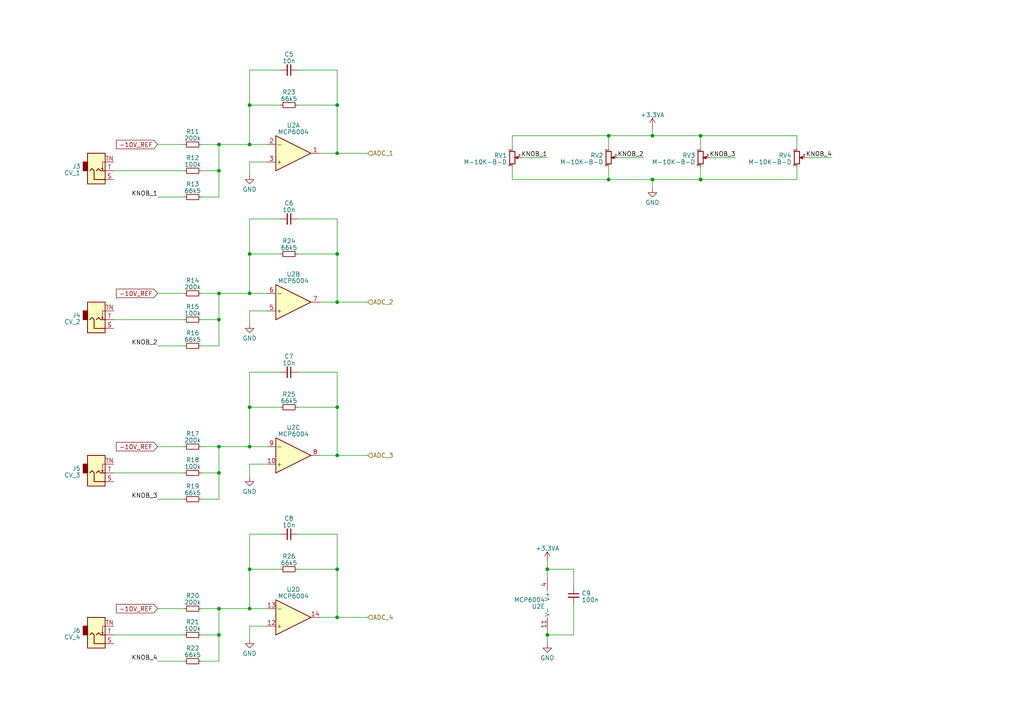
<source format=kicad_sch>
(kicad_sch (version 20230121) (generator eeschema)
  (paper "A4")
  (lib_symbols
    (symbol "Amplifier_Operational:MCP6004" (pin_names (offset 0.127))
      (property "Reference" "U" (at 0 5.08 0))
      (property "Value" "MCP6004" (at 0 -5.08 0))
      (symbol "MCP6004_1_1"
        (polyline (pts (xy -5.08 5.08) (xy 5.08 0) (xy -5.08 -5.08) (xy -5.08 5.08)) (stroke (width 0.254)) (fill (type background)))
        (pin output line (at 7.62 0 180) (length 2.54) (name "~") (number "1"))
        (pin input line (at -7.62 -2.54 0) (length 2.54) (name "-") (number "2"))
        (pin input line (at -7.62 2.54 0) (length 2.54) (name "+") (number "3"))
      )
      (symbol "MCP6004_2_1"
        (polyline (pts (xy -5.08 5.08) (xy 5.08 0) (xy -5.08 -5.08) (xy -5.08 5.08)) (stroke (width 0.254)) (fill (type background)))
        (pin input line (at -7.62 2.54 0) (length 2.54) (name "+") (number "5"))
        (pin input line (at -7.62 -2.54 0) (length 2.54) (name "-") (number "6"))
        (pin output line (at 7.62 0 180) (length 2.54) (name "~") (number "7"))
      )
      (symbol "MCP6004_3_1"
        (polyline (pts (xy -5.08 5.08) (xy 5.08 0) (xy -5.08 -5.08) (xy -5.08 5.08)) (stroke (width 0.254)) (fill (type background)))
        (pin input line (at -7.62 2.54 0) (length 2.54) (name "+") (number "10"))
        (pin output line (at 7.62 0 180) (length 2.54) (name "~") (number "8"))
        (pin input line (at -7.62 -2.54 0) (length 2.54) (name "-") (number "9"))
      )
      (symbol "MCP6004_4_1"
        (polyline (pts (xy -5.08 5.08) (xy 5.08 0) (xy -5.08 -5.08) (xy -5.08 5.08)) (stroke (width 0.254)) (fill (type background)))
        (pin input line (at -7.62 2.54 0) (length 2.54) (name "+") (number "12"))
        (pin input line (at -7.62 -2.54 0) (length 2.54) (name "-") (number "13"))
        (pin output line (at 7.62 0 180) (length 2.54) (name "~") (number "14"))
      )
      (symbol "MCP6004_5_1"
        (pin power_in line (at -2.54 -7.62 90) (length 3.81) (name "V-") (number "11"))
        (pin power_in line (at -2.54 7.62 270) (length 3.81) (name "V+") (number "4"))
      )
    )
    (symbol "Connector_Audio:AudioJack2_SwitchT"
      (property "Reference" "J" (at 0 8.89 0))
      (property "Value" "AudioJack2_SwitchT" (at 0 6.35 0))
      (symbol "AudioJack2_SwitchT_0_1"
        (rectangle (start -2.54 0) (end -3.81 -2.54) (stroke (width 0.254)) (fill (type outline)))
        (polyline (pts (xy 1.778 -0.254) (xy 2.032 -0.762)))
        (polyline (pts (xy 0 0) (xy 0.635 -0.635) (xy 1.27 0) (xy 2.54 0)) (stroke (width 0.254)))
        (polyline (pts (xy 2.54 -2.54) (xy 1.778 -2.54) (xy 1.778 -0.254) (xy 1.524 -0.762)))
        (polyline (pts (xy 2.54 2.54) (xy -0.635 2.54) (xy -0.635 0) (xy -1.27 -0.635) (xy -1.905 0)) (stroke (width 0.254)))
        (rectangle (start 2.54 3.81) (end -2.54 -5.08) (stroke (width 0.254)) (fill (type background)))
      )
      (symbol "AudioJack2_SwitchT_1_1"
        (pin passive line (at 5.08 2.54 180) (length 2.54) (name "~") (number "S"))
        (pin passive line (at 5.08 0 180) (length 2.54) (name "~") (number "T"))
        (pin passive line (at 5.08 -2.54 180) (length 2.54) (name "~") (number "TN"))
      )
    )
    (symbol "Device:C_Small" (pin_numbers hide) (pin_names (offset 0.254) hide)
      (property "Reference" "C" (at 0.254 1.778 0))
      (property "Value" "C_Small" (at 0.254 -2.032 0))
      (symbol "C_Small_0_1"
        (polyline (pts (xy -1.524 -0.508) (xy 1.524 -0.508)) (stroke (width 0.3302)))
        (polyline (pts (xy -1.524 0.508) (xy 1.524 0.508)) (stroke (width 0.3048)))
      )
      (symbol "C_Small_1_1"
        (pin passive line (at 0 2.54 270) (length 2.032) (name "~") (number "1"))
        (pin passive line (at 0 -2.54 90) (length 2.032) (name "~") (number "2"))
      )
    )
    (symbol "Device:R_Potentiometer_Small" (pin_names (offset 1.016) hide)
      (property "Reference" "RV" (at -4.445 0 90))
      (property "Value" "R_Potentiometer_Small" (at -2.54 0 90))
      (symbol "R_Potentiometer_Small_0_1"
        (polyline (pts (xy 0.889 0) (xy 0.635 0) (xy 1.651 0.381) (xy 1.651 -0.381) (xy 0.635 0) (xy 0.889 0)) (fill (type outline)))
        (rectangle (start 0.762 1.8034) (end -0.762 -1.8034) (stroke (width 0.254)))
      )
      (symbol "R_Potentiometer_Small_1_1"
        (pin passive line (at 0 2.54 270) (length 0.635) (name "1") (number "1"))
        (pin passive line (at 2.54 0 180) (length 0.9906) (name "2") (number "2"))
        (pin passive line (at 0 -2.54 90) (length 0.635) (name "3") (number "3"))
      )
    )
    (symbol "Device:R_Small" (pin_numbers hide) (pin_names (offset 0.254) hide)
      (property "Reference" "R" (at 0.762 0.508 0))
      (property "Value" "R_Small" (at 0.762 -1.016 0))
      (symbol "R_Small_0_1"
        (rectangle (start -0.762 1.778) (end 0.762 -1.778) (stroke (width 0.2032)))
      )
      (symbol "R_Small_1_1"
        (pin passive line (at 0 2.54 270) (length 0.762) (name "~") (number "1"))
        (pin passive line (at 0 -2.54 90) (length 0.762) (name "~") (number "2"))
      )
    )
    (symbol "power:+3.3VA" (power) (pin_names (offset 0))
      (property "Value" "+3.3VA" (at 0 3.556 0))
      (symbol "+3.3VA_0_1"
        (polyline (pts (xy -0.762 1.27) (xy 0 2.54)))
        (polyline (pts (xy 0 0) (xy 0 2.54)))
        (polyline (pts (xy 0 2.54) (xy 0.762 1.27)))
      )
      (symbol "+3.3VA_1_1"
        (pin power_in line (at 0 0 90) (length 0) hide (name "+3.3VA") (number "1"))
      )
    )
    (symbol "power:GND" (power) (pin_names (offset 0))
      (property "Value" "GND" (at 0 -3.81 0))
      (symbol "GND_0_1"
        (polyline (pts (xy 0 0) (xy 0 -1.27) (xy 1.27 -1.27) (xy 0 -2.54) (xy -1.27 -1.27) (xy 0 -1.27)))
      )
      (symbol "GND_1_1"
        (pin power_in line (at 0 0 270) (length 0) hide (name "GND") (number "1"))
      )
    )
  )
  (junction (at 63.5 85.09))
  (junction (at 97.79 73.66))
  (junction (at 176.53 39.37))
  (junction (at 63.5 49.53))
  (junction (at 63.5 129.54))
  (junction (at 158.75 184.15))
  (junction (at 63.5 184.15))
  (junction (at 158.75 165.1))
  (junction (at 176.53 52.07))
  (junction (at 72.39 73.66))
  (junction (at 97.79 165.1))
  (junction (at 72.39 165.1))
  (junction (at 189.23 39.37))
  (junction (at 63.5 92.71))
  (junction (at 63.5 137.16))
  (junction (at 203.2 52.07))
  (junction (at 97.79 44.45))
  (junction (at 189.23 52.07))
  (junction (at 72.39 85.09))
  (junction (at 72.39 41.91))
  (junction (at 97.79 132.08))
  (junction (at 203.2 39.37))
  (junction (at 97.79 87.63))
  (junction (at 97.79 179.07))
  (junction (at 63.5 41.91))
  (junction (at 72.39 30.48))
  (junction (at 63.5 176.53))
  (junction (at 72.39 129.54))
  (junction (at 97.79 30.48))
  (junction (at 97.79 118.11))
  (junction (at 72.39 176.53))
  (junction (at 72.39 118.11))
  (wire (pts (xy 92.71 179.07) (xy 97.79 179.07)))
  (wire (pts (xy 97.79 30.48) (xy 97.79 44.45)))
  (wire (pts (xy 58.42 100.33) (xy 63.5 100.33)))
  (wire (pts (xy 81.28 118.11) (xy 72.39 118.11)))
  (wire (pts (xy 45.72 100.33) (xy 53.34 100.33)))
  (wire (pts (xy 72.39 73.66) (xy 72.39 85.09)))
  (wire (pts (xy 158.75 184.15) (xy 158.75 186.69)))
  (wire (pts (xy 176.53 52.07) (xy 189.23 52.07)))
  (wire (pts (xy 58.42 184.15) (xy 63.5 184.15)))
  (wire (pts (xy 97.79 20.32) (xy 97.79 30.48)))
  (wire (pts (xy 45.72 191.77) (xy 53.34 191.77)))
  (wire (pts (xy 86.36 118.11) (xy 97.79 118.11)))
  (wire (pts (xy 72.39 118.11) (xy 72.39 129.54)))
  (wire (pts (xy 58.42 41.91) (xy 63.5 41.91)))
  (wire (pts (xy 72.39 154.94) (xy 72.39 165.1)))
  (wire (pts (xy 45.72 85.09) (xy 53.34 85.09)))
  (wire (pts (xy 72.39 50.8) (xy 72.39 46.99)))
  (wire (pts (xy 189.23 36.83) (xy 189.23 39.37)))
  (wire (pts (xy 72.39 107.95) (xy 72.39 118.11)))
  (wire (pts (xy 72.39 20.32) (xy 72.39 30.48)))
  (wire (pts (xy 45.72 176.53) (xy 53.34 176.53)))
  (wire (pts (xy 81.28 107.95) (xy 72.39 107.95)))
  (wire (pts (xy 92.71 132.08) (xy 97.79 132.08)))
  (wire (pts (xy 158.75 182.88) (xy 158.75 184.15)))
  (wire (pts (xy 179.07 45.72) (xy 186.69 45.72)))
  (wire (pts (xy 231.14 48.26) (xy 231.14 52.07)))
  (wire (pts (xy 97.79 179.07) (xy 106.68 179.07)))
  (wire (pts (xy 63.5 85.09) (xy 72.39 85.09)))
  (wire (pts (xy 63.5 129.54) (xy 63.5 137.16)))
  (wire (pts (xy 86.36 20.32) (xy 97.79 20.32)))
  (wire (pts (xy 97.79 44.45) (xy 106.68 44.45)))
  (wire (pts (xy 86.36 63.5) (xy 97.79 63.5)))
  (wire (pts (xy 72.39 90.17) (xy 77.47 90.17)))
  (wire (pts (xy 97.79 107.95) (xy 97.79 118.11)))
  (wire (pts (xy 45.72 57.15) (xy 53.34 57.15)))
  (wire (pts (xy 63.5 137.16) (xy 63.5 144.78)))
  (wire (pts (xy 166.37 170.18) (xy 166.37 165.1)))
  (wire (pts (xy 72.39 85.09) (xy 77.47 85.09)))
  (wire (pts (xy 63.5 176.53) (xy 63.5 184.15)))
  (wire (pts (xy 176.53 39.37) (xy 189.23 39.37)))
  (wire (pts (xy 86.36 73.66) (xy 97.79 73.66)))
  (wire (pts (xy 231.14 43.18) (xy 231.14 39.37)))
  (wire (pts (xy 148.59 52.07) (xy 176.53 52.07)))
  (wire (pts (xy 63.5 49.53) (xy 63.5 57.15)))
  (wire (pts (xy 86.36 154.94) (xy 97.79 154.94)))
  (wire (pts (xy 58.42 129.54) (xy 63.5 129.54)))
  (wire (pts (xy 45.72 129.54) (xy 53.34 129.54)))
  (wire (pts (xy 148.59 39.37) (xy 176.53 39.37)))
  (wire (pts (xy 72.39 165.1) (xy 72.39 176.53)))
  (wire (pts (xy 33.02 137.16) (xy 53.34 137.16)))
  (wire (pts (xy 97.79 132.08) (xy 106.68 132.08)))
  (wire (pts (xy 58.42 85.09) (xy 63.5 85.09)))
  (wire (pts (xy 63.5 41.91) (xy 72.39 41.91)))
  (wire (pts (xy 92.71 44.45) (xy 97.79 44.45)))
  (wire (pts (xy 81.28 73.66) (xy 72.39 73.66)))
  (wire (pts (xy 203.2 48.26) (xy 203.2 52.07)))
  (wire (pts (xy 97.79 73.66) (xy 97.79 87.63)))
  (wire (pts (xy 63.5 129.54) (xy 72.39 129.54)))
  (wire (pts (xy 203.2 52.07) (xy 231.14 52.07)))
  (wire (pts (xy 86.36 30.48) (xy 97.79 30.48)))
  (wire (pts (xy 158.75 162.56) (xy 158.75 165.1)))
  (wire (pts (xy 205.74 45.72) (xy 213.36 45.72)))
  (wire (pts (xy 148.59 43.18) (xy 148.59 39.37)))
  (wire (pts (xy 81.28 165.1) (xy 72.39 165.1)))
  (wire (pts (xy 72.39 46.99) (xy 77.47 46.99)))
  (wire (pts (xy 86.36 107.95) (xy 97.79 107.95)))
  (wire (pts (xy 72.39 185.42) (xy 72.39 181.61)))
  (wire (pts (xy 97.79 87.63) (xy 106.68 87.63)))
  (wire (pts (xy 189.23 52.07) (xy 203.2 52.07)))
  (wire (pts (xy 189.23 52.07) (xy 189.23 54.61)))
  (wire (pts (xy 63.5 92.71) (xy 63.5 100.33)))
  (wire (pts (xy 158.75 184.15) (xy 166.37 184.15)))
  (wire (pts (xy 151.13 45.72) (xy 158.75 45.72)))
  (wire (pts (xy 63.5 41.91) (xy 63.5 49.53)))
  (wire (pts (xy 189.23 39.37) (xy 203.2 39.37)))
  (wire (pts (xy 72.39 41.91) (xy 77.47 41.91)))
  (wire (pts (xy 86.36 165.1) (xy 97.79 165.1)))
  (wire (pts (xy 176.53 43.18) (xy 176.53 39.37)))
  (wire (pts (xy 166.37 165.1) (xy 158.75 165.1)))
  (wire (pts (xy 148.59 48.26) (xy 148.59 52.07)))
  (wire (pts (xy 58.42 144.78) (xy 63.5 144.78)))
  (wire (pts (xy 72.39 93.98) (xy 72.39 90.17)))
  (wire (pts (xy 72.39 63.5) (xy 72.39 73.66)))
  (wire (pts (xy 72.39 30.48) (xy 72.39 41.91)))
  (wire (pts (xy 176.53 48.26) (xy 176.53 52.07)))
  (wire (pts (xy 72.39 129.54) (xy 77.47 129.54)))
  (wire (pts (xy 45.72 144.78) (xy 53.34 144.78)))
  (wire (pts (xy 63.5 184.15) (xy 63.5 191.77)))
  (wire (pts (xy 33.02 49.53) (xy 53.34 49.53)))
  (wire (pts (xy 81.28 63.5) (xy 72.39 63.5)))
  (wire (pts (xy 63.5 85.09) (xy 63.5 92.71)))
  (wire (pts (xy 58.42 191.77) (xy 63.5 191.77)))
  (wire (pts (xy 72.39 176.53) (xy 77.47 176.53)))
  (wire (pts (xy 97.79 154.94) (xy 97.79 165.1)))
  (wire (pts (xy 63.5 176.53) (xy 72.39 176.53)))
  (wire (pts (xy 97.79 118.11) (xy 97.79 132.08)))
  (wire (pts (xy 58.42 137.16) (xy 63.5 137.16)))
  (wire (pts (xy 58.42 49.53) (xy 63.5 49.53)))
  (wire (pts (xy 233.68 45.72) (xy 241.3 45.72)))
  (wire (pts (xy 81.28 30.48) (xy 72.39 30.48)))
  (wire (pts (xy 92.71 87.63) (xy 97.79 87.63)))
  (wire (pts (xy 97.79 165.1) (xy 97.79 179.07)))
  (wire (pts (xy 72.39 181.61) (xy 77.47 181.61)))
  (wire (pts (xy 81.28 20.32) (xy 72.39 20.32)))
  (wire (pts (xy 166.37 184.15) (xy 166.37 175.26)))
  (wire (pts (xy 203.2 39.37) (xy 231.14 39.37)))
  (wire (pts (xy 203.2 43.18) (xy 203.2 39.37)))
  (wire (pts (xy 58.42 57.15) (xy 63.5 57.15)))
  (wire (pts (xy 58.42 176.53) (xy 63.5 176.53)))
  (wire (pts (xy 158.75 165.1) (xy 158.75 167.64)))
  (wire (pts (xy 33.02 92.71) (xy 53.34 92.71)))
  (wire (pts (xy 58.42 92.71) (xy 63.5 92.71)))
  (wire (pts (xy 81.28 154.94) (xy 72.39 154.94)))
  (wire (pts (xy 45.72 41.91) (xy 53.34 41.91)))
  (wire (pts (xy 72.39 134.62) (xy 77.47 134.62)))
  (wire (pts (xy 97.79 63.5) (xy 97.79 73.66)))
  (wire (pts (xy 33.02 184.15) (xy 53.34 184.15)))
  (wire (pts (xy 72.39 138.43) (xy 72.39 134.62)))
  (label "KNOB_4" (at 241.3 45.72 180))
  (label "KNOB_2" (at 186.69 45.72 180))
  (label "KNOB_3" (at 45.72 144.78 180))
  (label "KNOB_3" (at 213.36 45.72 180))
  (label "KNOB_2" (at 45.72 100.33 180))
  (label "KNOB_1" (at 158.75 45.72 180))
  (label "KNOB_1" (at 45.72 57.15 180))
  (label "KNOB_4" (at 45.72 191.77 180))
  (global_label "-10V_REF" (shape input) (at 45.72 129.54 180) (property "Intersheetrefs" "${INTERSHEET_REFS}" (effects hide)))
  (global_label "-10V_REF" (shape input) (at 45.72 41.91 180) (property "Intersheetrefs" "${INTERSHEET_REFS}" (effects hide)))
  (global_label "-10V_REF" (shape input) (at 45.72 176.53 180) (property "Intersheetrefs" "${INTERSHEET_REFS}" (effects hide)))
  (global_label "-10V_REF" (shape input) (at 45.72 85.09 180) (property "Intersheetrefs" "${INTERSHEET_REFS}" (effects hide)))
  (hierarchical_label "ADC_1" (shape input) (at 106.68 44.45 0))
  (hierarchical_label "ADC_4" (shape input) (at 106.68 179.07 0))
  (hierarchical_label "ADC_3" (shape input) (at 106.68 132.08 0))
  (hierarchical_label "ADC_2" (shape input) (at 106.68 87.63 0))
  (symbol (lib_id "Device:R_Potentiometer_Small") (at 203.2 45.72 0) (unit 1)
    (property "Reference" "RV3" (at 201.676 45.0763 0) (effects (justify right)))
    (property "Value" "M-10K-B-D" (at 201.676 46.9973 0) (effects (justify right)))
    (property "Footprint" "util:Potentiometer_Alps_RK09K_Single_Vertical" (effects hide))
    (instances (project "audrey-ii-simple_electronics" (path "" (reference "RV3") (unit 1)) (path "" (reference "RV7") (unit 1)) (path "" (reference "RV11") (unit 1))) (project "daisy_dev" (path "" (reference "RV3") (unit 1))))
  )
  (symbol (lib_id "Device:R_Small") (at 55.88 184.15 90) (unit 1)
    (property "Reference" "R21" (at 55.88 180.4035 90))
    (property "Value" "100k" (at 55.88 182.3245 90))
    (property "Footprint" "Resistor_SMD:R_0603_1608Metric" (effects hide))
    (instances (project "audrey-ii-simple_electronics" (path "" (reference "R21") (unit 1)) (path "" (reference "R37") (unit 1)) (path "" (reference "R53") (unit 1))) (project "daisy_dev" (path "" (reference "R20") (unit 1)) (path "" (reference "R34") (unit 1))))
  )
  (symbol (lib_id "Device:C_Small") (at 166.37 172.72 0) (unit 1)
    (property "Reference" "C9" (at 168.6941 172.0826 0) (effects (justify left)))
    (property "Value" "100n" (at 168.6941 174.0036 0) (effects (justify left)))
    (property "Footprint" "Capacitor_SMD:C_0603_1608Metric" (effects hide))
    (instances (project "audrey-ii-simple_electronics" (path "" (reference "C9") (unit 1)) (path "" (reference "C14") (unit 1)) (path "" (reference "C19") (unit 1))) (project "daisy_dev" (path "" (reference "C3") (unit 1)) (path "" (reference "C8") (unit 1))))
  )
  (symbol (lib_id "power:GND") (at 72.39 50.8 0) (unit 1)
    (property "Reference" "#PWR07" (effects hide))
    (property "Value" "GND" (at 72.39 54.9355 0))
    (instances (project "audrey-ii-simple_electronics" (path "" (reference "#PWR07") (unit 1)) (path "" (reference "#PWR015") (unit 1)) (path "" (reference "#PWR023") (unit 1))) (project "daisy_dev" (path "" (reference "#PWR018") (unit 1))))
  )
  (symbol (lib_id "Device:C_Small") (at 83.82 154.94 270) (unit 1)
    (property "Reference" "C8" (at 83.8136 150.368 90))
    (property "Value" "10n" (at 83.8136 152.289 90))
    (property "Footprint" "Capacitor_SMD:C_0603_1608Metric" (effects hide))
    (instances (project "audrey-ii-simple_electronics" (path "" (reference "C8") (unit 1)) (path "" (reference "C13") (unit 1)) (path "" (reference "C18") (unit 1))) (project "daisy_dev" (path "" (reference "C3") (unit 1)) (path "" (reference "C7") (unit 1))))
  )
  (symbol (lib_id "power:GND") (at 72.39 185.42 0) (unit 1)
    (property "Reference" "#PWR010" (effects hide))
    (property "Value" "GND" (at 72.39 189.5555 0))
    (instances (project "audrey-ii-simple_electronics" (path "" (reference "#PWR010") (unit 1)) (path "" (reference "#PWR018") (unit 1)) (path "" (reference "#PWR026") (unit 1))) (project "daisy_dev" (path "" (reference "#PWR025") (unit 1))))
  )
  (symbol (lib_id "Device:R_Small") (at 55.88 129.54 90) (unit 1)
    (property "Reference" "R17" (at 55.88 125.7935 90))
    (property "Value" "200k" (at 55.88 127.7145 90))
    (property "Footprint" "Resistor_SMD:R_0603_1608Metric" (effects hide))
    (instances (project "audrey-ii-simple_electronics" (path "" (reference "R17") (unit 1)) (path "" (reference "R33") (unit 1)) (path "" (reference "R49") (unit 1))) (project "daisy_dev" (path "" (reference "R20") (unit 1)) (path "" (reference "R29") (unit 1))))
  )
  (symbol (lib_id "power:GND") (at 158.75 186.69 0) (unit 1)
    (property "Reference" "#PWR012" (effects hide))
    (property "Value" "GND" (at 158.75 190.8255 0))
    (instances (project "audrey-ii-simple_electronics" (path "" (reference "#PWR012") (unit 1)) (path "" (reference "#PWR020") (unit 1)) (path "" (reference "#PWR028") (unit 1))) (project "daisy_dev" (path "" (reference "#PWR03") (unit 1)) (path "" (reference "#PWR023") (unit 1))))
  )
  (symbol (lib_id "Device:R_Small") (at 55.88 100.33 90) (unit 1)
    (property "Reference" "R16" (at 55.88 96.5835 90))
    (property "Value" "66k5" (at 55.88 98.5045 90))
    (property "Footprint" "Resistor_SMD:R_0603_1608Metric" (effects hide))
    (instances (project "audrey-ii-simple_electronics" (path "" (reference "R16") (unit 1)) (path "" (reference "R32") (unit 1)) (path "" (reference "R48") (unit 1))) (project "daisy_dev" (path "" (reference "R20") (unit 1)) (path "" (reference "R27") (unit 1))))
  )
  (symbol (lib_id "Amplifier_Operational:MCP6004") (at 85.09 44.45 0) (mirror x) (unit 1)
    (property "Reference" "U2" (at 85.09 36.3601 0))
    (property "Value" "MCP6004" (at 85.09 38.2811 0))
    (property "Footprint" "Package_SO:SOIC-14_3.9x8.7mm_P1.27mm" (effects hide))
    (property "Datasheet" "http://ww1.microchip.com/downloads/en/DeviceDoc/21733j.pdf" (effects hide))
    (instances (project "audrey-ii-simple_electronics" (path "" (reference "U2") (unit 1)) (path "" (reference "U3") (unit 1)) (path "" (reference "U4") (unit 1))) (project "daisy_dev" (path "" (reference "U2") (unit 1))))
  )
  (symbol (lib_id "Device:R_Small") (at 55.88 137.16 90) (unit 1)
    (property "Reference" "R18" (at 55.88 133.4135 90))
    (property "Value" "100k" (at 55.88 135.3345 90))
    (property "Footprint" "Resistor_SMD:R_0603_1608Metric" (effects hide))
    (instances (project "audrey-ii-simple_electronics" (path "" (reference "R18") (unit 1)) (path "" (reference "R34") (unit 1)) (path "" (reference "R50") (unit 1))) (project "daisy_dev" (path "" (reference "R20") (unit 1)) (path "" (reference "R30") (unit 1))))
  )
  (symbol (lib_id "Device:R_Small") (at 55.88 57.15 90) (unit 1)
    (property "Reference" "R13" (at 55.88 53.4035 90))
    (property "Value" "66k5" (at 55.88 55.3245 90))
    (property "Footprint" "Resistor_SMD:R_0603_1608Metric" (effects hide))
    (instances (project "audrey-ii-simple_electronics" (path "" (reference "R13") (unit 1)) (path "" (reference "R29") (unit 1)) (path "" (reference "R45") (unit 1))) (project "daisy_dev" (path "" (reference "R20") (unit 1)) (path "" (reference "R22") (unit 1))))
  )
  (symbol (lib_id "Device:R_Potentiometer_Small") (at 176.53 45.72 0) (unit 1)
    (property "Reference" "RV2" (at 175.006 45.0763 0) (effects (justify right)))
    (property "Value" "M-10K-B-D" (at 175.006 46.9973 0) (effects (justify right)))
    (property "Footprint" "util:Potentiometer_Alps_RK09K_Single_Vertical" (effects hide))
    (instances (project "audrey-ii-simple_electronics" (path "" (reference "RV2") (unit 1)) (path "" (reference "RV6") (unit 1)) (path "" (reference "RV10") (unit 1))) (project "daisy_dev" (path "" (reference "RV2") (unit 1))))
  )
  (symbol (lib_id "Device:R_Small") (at 83.82 73.66 90) (unit 1)
    (property "Reference" "R24" (at 83.82 69.9135 90))
    (property "Value" "66k5" (at 83.82 71.8345 90))
    (property "Footprint" "Resistor_SMD:R_0603_1608Metric" (effects hide))
    (instances (project "audrey-ii-simple_electronics" (path "" (reference "R24") (unit 1)) (path "" (reference "R40") (unit 1)) (path "" (reference "R56") (unit 1))) (project "daisy_dev" (path "" (reference "R20") (unit 1)) (path "" (reference "R28") (unit 1))))
  )
  (symbol (lib_id "Device:R_Small") (at 55.88 49.53 90) (unit 1)
    (property "Reference" "R12" (at 55.88 45.7835 90))
    (property "Value" "100k" (at 55.88 47.7045 90))
    (property "Footprint" "Resistor_SMD:R_0603_1608Metric" (effects hide))
    (instances (project "audrey-ii-simple_electronics" (path "" (reference "R12") (unit 1)) (path "" (reference "R28") (unit 1)) (path "" (reference "R44") (unit 1))) (project "daisy_dev" (path "" (reference "R20") (unit 1)) (path "" (reference "R20") (unit 1))))
  )
  (symbol (lib_id "Device:R_Small") (at 55.88 92.71 90) (unit 1)
    (property "Reference" "R15" (at 55.88 88.9635 90))
    (property "Value" "100k" (at 55.88 90.8845 90))
    (property "Footprint" "Resistor_SMD:R_0603_1608Metric" (effects hide))
    (instances (project "audrey-ii-simple_electronics" (path "" (reference "R15") (unit 1)) (path "" (reference "R31") (unit 1)) (path "" (reference "R47") (unit 1))) (project "daisy_dev" (path "" (reference "R20") (unit 1)) (path "" (reference "R26") (unit 1))))
  )
  (symbol (lib_id "Amplifier_Operational:MCP6004") (at 85.09 179.07 0) (mirror x) (unit 4)
    (property "Reference" "U2" (at 85.09 170.9801 0))
    (property "Value" "MCP6004" (at 85.09 172.9011 0))
    (property "Footprint" "Package_SO:SOIC-14_3.9x8.7mm_P1.27mm" (effects hide))
    (property "Datasheet" "http://ww1.microchip.com/downloads/en/DeviceDoc/21733j.pdf" (effects hide))
    (instances (project "audrey-ii-simple_electronics" (path "" (reference "U2") (unit 4)) (path "" (reference "U3") (unit 4)) (path "" (reference "U4") (unit 4))) (project "daisy_dev" (path "" (reference "U2") (unit 4))))
  )
  (symbol (lib_id "Amplifier_Operational:MCP6004") (at 161.29 175.26 0) (unit 5)
    (property "Reference" "U2" (at 158.115 175.9037 0) (effects (justify right)))
    (property "Value" "MCP6004" (at 158.115 173.9827 0) (effects (justify right)))
    (property "Footprint" "Package_SO:SOIC-14_3.9x8.7mm_P1.27mm" (effects hide))
    (property "Datasheet" "http://ww1.microchip.com/downloads/en/DeviceDoc/21733j.pdf" (effects hide))
    (instances (project "audrey-ii-simple_electronics" (path "" (reference "U2") (unit 5)) (path "" (reference "U3") (unit 5)) (path "" (reference "U4") (unit 5))) (project "daisy_dev" (path "" (reference "U2") (unit 5))))
  )
  (symbol (lib_id "power:GND") (at 72.39 93.98 0) (unit 1)
    (property "Reference" "#PWR08" (effects hide))
    (property "Value" "GND" (at 72.39 98.1155 0))
    (instances (project "audrey-ii-simple_electronics" (path "" (reference "#PWR08") (unit 1)) (path "" (reference "#PWR016") (unit 1)) (path "" (reference "#PWR024") (unit 1))) (project "daisy_dev" (path "" (reference "#PWR019") (unit 1))))
  )
  (symbol (lib_id "Connector_Audio:AudioJack2_SwitchT") (at 27.94 92.71 0) (mirror x) (unit 1)
    (property "Reference" "J4" (at 23.368 91.4313 0) (effects (justify right)))
    (property "Value" "CV_2" (at 23.368 93.3523 0) (effects (justify right)))
    (property "Footprint" "util:Jack_3.5mm_QingPu_WQP-PJ398SM_Vertical_CircularHoles" (effects hide))
    (instances (project "audrey-ii-simple_electronics" (path "" (reference "J4") (unit 1)) (path "" (reference "J8") (unit 1)) (path "" (reference "J12") (unit 1))) (project "daisy_dev" (path "" (reference "J5") (unit 1)) (path "" (reference "J6") (unit 1))))
  )
  (symbol (lib_id "power:GND") (at 189.23 54.61 0) (unit 1)
    (property "Reference" "#PWR014" (effects hide))
    (property "Value" "GND" (at 189.23 58.7455 0))
    (instances (project "audrey-ii-simple_electronics" (path "" (reference "#PWR014") (unit 1)) (path "" (reference "#PWR022") (unit 1)) (path "" (reference "#PWR030") (unit 1))) (project "daisy_dev" (path "" (reference "#PWR03") (unit 1)) (path "" (reference "#PWR027") (unit 1))))
  )
  (symbol (lib_id "Device:R_Small") (at 55.88 85.09 90) (unit 1)
    (property "Reference" "R14" (at 55.88 81.3435 90))
    (property "Value" "200k" (at 55.88 83.2645 90))
    (property "Footprint" "Resistor_SMD:R_0603_1608Metric" (effects hide))
    (instances (project "audrey-ii-simple_electronics" (path "" (reference "R14") (unit 1)) (path "" (reference "R30") (unit 1)) (path "" (reference "R46") (unit 1))) (project "daisy_dev" (path "" (reference "R20") (unit 1)) (path "" (reference "R25") (unit 1))))
  )
  (symbol (lib_id "Device:R_Potentiometer_Small") (at 231.14 45.72 0) (unit 1)
    (property "Reference" "RV4" (at 229.616 45.0763 0) (effects (justify right)))
    (property "Value" "M-10K-B-D" (at 229.616 46.9973 0) (effects (justify right)))
    (property "Footprint" "util:Potentiometer_Alps_RK09K_Single_Vertical" (effects hide))
    (instances (project "audrey-ii-simple_electronics" (path "" (reference "RV4") (unit 1)) (path "" (reference "RV8") (unit 1)) (path "" (reference "RV12") (unit 1))) (project "daisy_dev" (path "" (reference "RV4") (unit 1))))
  )
  (symbol (lib_id "power:+3.3VA") (at 158.75 162.56 0) (unit 1)
    (property "Reference" "#PWR011" (effects hide))
    (property "Value" "+3.3VA" (at 158.75 159.0581 0))
    (instances (project "audrey-ii-simple_electronics" (path "" (reference "#PWR011") (unit 1)) (path "" (reference "#PWR019") (unit 1)) (path "" (reference "#PWR027") (unit 1))) (project "daisy_dev" (path "" (reference "#PWR022") (unit 1))))
  )
  (symbol (lib_id "Amplifier_Operational:MCP6004") (at 85.09 87.63 0) (mirror x) (unit 2)
    (property "Reference" "U2" (at 85.09 79.5401 0))
    (property "Value" "MCP6004" (at 85.09 81.4611 0))
    (property "Footprint" "Package_SO:SOIC-14_3.9x8.7mm_P1.27mm" (effects hide))
    (property "Datasheet" "http://ww1.microchip.com/downloads/en/DeviceDoc/21733j.pdf" (effects hide))
    (instances (project "audrey-ii-simple_electronics" (path "" (reference "U2") (unit 2)) (path "" (reference "U3") (unit 2)) (path "" (reference "U4") (unit 2))) (project "daisy_dev" (path "" (reference "U2") (unit 2))))
  )
  (symbol (lib_id "Device:R_Potentiometer_Small") (at 148.59 45.72 0) (unit 1)
    (property "Reference" "RV1" (at 147.066 45.0763 0) (effects (justify right)))
    (property "Value" "M-10K-B-D" (at 147.066 46.9973 0) (effects (justify right)))
    (property "Footprint" "util:Potentiometer_Alps_RK09K_Single_Vertical" (effects hide))
    (instances (project "audrey-ii-simple_electronics" (path "" (reference "RV1") (unit 1)) (path "" (reference "RV5") (unit 1)) (path "" (reference "RV9") (unit 1))) (project "daisy_dev" (path "" (reference "RV1") (unit 1))))
  )
  (symbol (lib_id "Connector_Audio:AudioJack2_SwitchT") (at 27.94 184.15 0) (mirror x) (unit 1)
    (property "Reference" "J6" (at 23.368 182.8713 0) (effects (justify right)))
    (property "Value" "CV_4" (at 23.368 184.7923 0) (effects (justify right)))
    (property "Footprint" "util:Jack_3.5mm_QingPu_WQP-PJ398SM_Vertical_CircularHoles" (effects hide))
    (instances (project "audrey-ii-simple_electronics" (path "" (reference "J6") (unit 1)) (path "" (reference "J10") (unit 1)) (path "" (reference "J14") (unit 1))) (project "daisy_dev" (path "" (reference "J5") (unit 1)) (path "" (reference "J8") (unit 1))))
  )
  (symbol (lib_id "Device:C_Small") (at 83.82 107.95 270) (unit 1)
    (property "Reference" "C7" (at 83.8136 103.378 90))
    (property "Value" "10n" (at 83.8136 105.299 90))
    (property "Footprint" "Capacitor_SMD:C_0603_1608Metric" (effects hide))
    (instances (project "audrey-ii-simple_electronics" (path "" (reference "C7") (unit 1)) (path "" (reference "C12") (unit 1)) (path "" (reference "C17") (unit 1))) (project "daisy_dev" (path "" (reference "C3") (unit 1)) (path "" (reference "C6") (unit 1))))
  )
  (symbol (lib_id "Device:C_Small") (at 83.82 20.32 270) (unit 1)
    (property "Reference" "C5" (at 83.8136 15.748 90))
    (property "Value" "10n" (at 83.8136 17.669 90))
    (property "Footprint" "Capacitor_SMD:C_0603_1608Metric" (effects hide))
    (instances (project "audrey-ii-simple_electronics" (path "" (reference "C5") (unit 1)) (path "" (reference "C10") (unit 1)) (path "" (reference "C15") (unit 1))) (project "daisy_dev" (path "" (reference "C3") (unit 1)) (path "" (reference "C3") (unit 1))))
  )
  (symbol (lib_id "Device:C_Small") (at 83.82 63.5 270) (unit 1)
    (property "Reference" "C6" (at 83.8136 58.928 90))
    (property "Value" "10n" (at 83.8136 60.849 90))
    (property "Footprint" "Capacitor_SMD:C_0603_1608Metric" (effects hide))
    (instances (project "audrey-ii-simple_electronics" (path "" (reference "C6") (unit 1)) (path "" (reference "C11") (unit 1)) (path "" (reference "C16") (unit 1))) (project "daisy_dev" (path "" (reference "C3") (unit 1)) (path "" (reference "C5") (unit 1))))
  )
  (symbol (lib_id "Device:R_Small") (at 55.88 176.53 90) (unit 1)
    (property "Reference" "R20" (at 55.88 172.7835 90))
    (property "Value" "200k" (at 55.88 174.7045 90))
    (property "Footprint" "Resistor_SMD:R_0603_1608Metric" (effects hide))
    (instances (project "audrey-ii-simple_electronics" (path "" (reference "R20") (unit 1)) (path "" (reference "R36") (unit 1)) (path "" (reference "R52") (unit 1))) (project "daisy_dev" (path "" (reference "R20") (unit 1)) (path "" (reference "R33") (unit 1))))
  )
  (symbol (lib_id "Connector_Audio:AudioJack2_SwitchT") (at 27.94 49.53 0) (mirror x) (unit 1)
    (property "Reference" "J3" (at 23.368 48.2513 0) (effects (justify right)))
    (property "Value" "CV_1" (at 23.368 50.1723 0) (effects (justify right)))
    (property "Footprint" "util:Jack_3.5mm_QingPu_WQP-PJ398SM_Vertical_CircularHoles" (effects hide))
    (instances (project "audrey-ii-simple_electronics" (path "" (reference "J3") (unit 1)) (path "" (reference "J7") (unit 1)) (path "" (reference "J11") (unit 1))) (project "daisy_dev" (path "" (reference "J5") (unit 1)) (path "" (reference "J5") (unit 1))))
  )
  (symbol (lib_id "Connector_Audio:AudioJack2_SwitchT") (at 27.94 137.16 0) (mirror x) (unit 1)
    (property "Reference" "J5" (at 23.368 135.8813 0) (effects (justify right)))
    (property "Value" "CV_3" (at 23.368 137.8023 0) (effects (justify right)))
    (property "Footprint" "util:Jack_3.5mm_QingPu_WQP-PJ398SM_Vertical_CircularHoles" (effects hide))
    (instances (project "audrey-ii-simple_electronics" (path "" (reference "J5") (unit 1)) (path "" (reference "J9") (unit 1)) (path "" (reference "J13") (unit 1))) (project "daisy_dev" (path "" (reference "J5") (unit 1)) (path "" (reference "J7") (unit 1))))
  )
  (symbol (lib_id "Device:R_Small") (at 83.82 165.1 90) (unit 1)
    (property "Reference" "R26" (at 83.82 161.3535 90))
    (property "Value" "66k5" (at 83.82 163.2745 90))
    (property "Footprint" "Resistor_SMD:R_0603_1608Metric" (effects hide))
    (instances (project "audrey-ii-simple_electronics" (path "" (reference "R26") (unit 1)) (path "" (reference "R42") (unit 1)) (path "" (reference "R58") (unit 1))) (project "daisy_dev" (path "" (reference "R20") (unit 1)) (path "" (reference "R36") (unit 1))))
  )
  (symbol (lib_id "power:+3.3VA") (at 189.23 36.83 0) (unit 1)
    (property "Reference" "#PWR013" (effects hide))
    (property "Value" "+3.3VA" (at 189.23 33.3281 0))
    (instances (project "audrey-ii-simple_electronics" (path "" (reference "#PWR013") (unit 1)) (path "" (reference "#PWR021") (unit 1)) (path "" (reference "#PWR029") (unit 1))) (project "daisy_dev" (path "" (reference "#PWR026") (unit 1))))
  )
  (symbol (lib_id "Device:R_Small") (at 83.82 30.48 90) (unit 1)
    (property "Reference" "R23" (at 83.82 26.7335 90))
    (property "Value" "66k5" (at 83.82 28.6545 90))
    (property "Footprint" "Resistor_SMD:R_0603_1608Metric" (effects hide))
    (instances (project "audrey-ii-simple_electronics" (path "" (reference "R23") (unit 1)) (path "" (reference "R39") (unit 1)) (path "" (reference "R55") (unit 1))) (project "daisy_dev" (path "" (reference "R20") (unit 1)) (path "" (reference "R23") (unit 1))))
  )
  (symbol (lib_id "Device:R_Small") (at 55.88 41.91 90) (unit 1)
    (property "Reference" "R11" (at 55.88 38.1635 90))
    (property "Value" "200k" (at 55.88 40.0845 90))
    (property "Footprint" "Resistor_SMD:R_0603_1608Metric" (effects hide))
    (instances (project "audrey-ii-simple_electronics" (path "" (reference "R11") (unit 1)) (path "" (reference "R27") (unit 1)) (path "" (reference "R43") (unit 1))) (project "daisy_dev" (path "" (reference "R20") (unit 1)) (path "" (reference "R21") (unit 1))))
  )
  (symbol (lib_id "Amplifier_Operational:MCP6004") (at 85.09 132.08 0) (mirror x) (unit 3)
    (property "Reference" "U2" (at 85.09 123.9901 0))
    (property "Value" "MCP6004" (at 85.09 125.9111 0))
    (property "Footprint" "Package_SO:SOIC-14_3.9x8.7mm_P1.27mm" (effects hide))
    (property "Datasheet" "http://ww1.microchip.com/downloads/en/DeviceDoc/21733j.pdf" (effects hide))
    (instances (project "audrey-ii-simple_electronics" (path "" (reference "U2") (unit 3)) (path "" (reference "U3") (unit 3)) (path "" (reference "U4") (unit 3))) (project "daisy_dev" (path "" (reference "U2") (unit 3))))
  )
  (symbol (lib_id "Device:R_Small") (at 83.82 118.11 90) (unit 1)
    (property "Reference" "R25" (at 83.82 114.3635 90))
    (property "Value" "66k5" (at 83.82 116.2845 90))
    (property "Footprint" "Resistor_SMD:R_0603_1608Metric" (effects hide))
    (instances (project "audrey-ii-simple_electronics" (path "" (reference "R25") (unit 1)) (path "" (reference "R41") (unit 1)) (path "" (reference "R57") (unit 1))) (project "daisy_dev" (path "" (reference "R20") (unit 1)) (path "" (reference "R32") (unit 1))))
  )
  (symbol (lib_id "power:GND") (at 72.39 138.43 0) (unit 1)
    (property "Reference" "#PWR09" (effects hide))
    (property "Value" "GND" (at 72.39 142.5655 0))
    (instances (project "audrey-ii-simple_electronics" (path "" (reference "#PWR09") (unit 1)) (path "" (reference "#PWR017") (unit 1)) (path "" (reference "#PWR025") (unit 1))) (project "daisy_dev" (path "" (reference "#PWR024") (unit 1))))
  )
  (symbol (lib_id "Device:R_Small") (at 55.88 191.77 90) (unit 1)
    (property "Reference" "R22" (at 55.88 188.0235 90))
    (property "Value" "66k5" (at 55.88 189.9445 90))
    (property "Footprint" "Resistor_SMD:R_0603_1608Metric" (effects hide))
    (instances (project "audrey-ii-simple_electronics" (path "" (reference "R22") (unit 1)) (path "" (reference "R38") (unit 1)) (path "" (reference "R54") (unit 1))) (project "daisy_dev" (path "" (reference "R20") (unit 1)) (path "" (reference "R35") (unit 1))))
  )
  (symbol (lib_id "Device:R_Small") (at 55.88 144.78 90) (unit 1)
    (property "Reference" "R19" (at 55.88 141.0335 90))
    (property "Value" "66k5" (at 55.88 142.9545 90))
    (property "Footprint" "Resistor_SMD:R_0603_1608Metric" (effects hide))
    (instances (project "audrey-ii-simple_electronics" (path "" (reference "R19") (unit 1)) (path "" (reference "R35") (unit 1)) (path "" (reference "R51") (unit 1))) (project "daisy_dev" (path "" (reference "R20") (unit 1)) (path "" (reference "R31") (unit 1))))
  )
)
</source>
